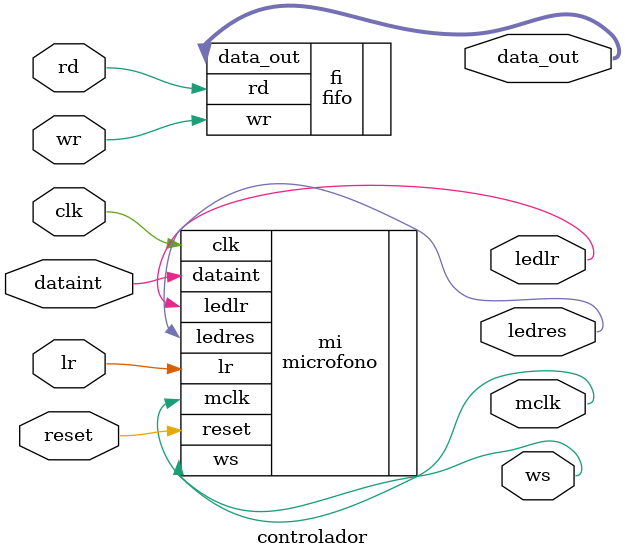
<source format=v>
module controlador #(
  	parameter adr_width = 12,
	parameter dat_width = 6
   )
(
	input  		clk, reset,
	input  		rd, wr,
	output 		[dat_width-1:0] data_out,
	output 		ledlr,
	output 		ledres,
	output		mclk,
	input		lr,
	output		ws,
	input		dataint);

fifo fi(.data_out(data_out),.rd(rd),.wr(wr));
microfono mi(.clk(clk),.reset(reset),.mclk(mclk),.lr(lr),.ws(ws),.dataint(dataint),.ledres(ledres),.ledlr(ledlr));


endmodule

</source>
